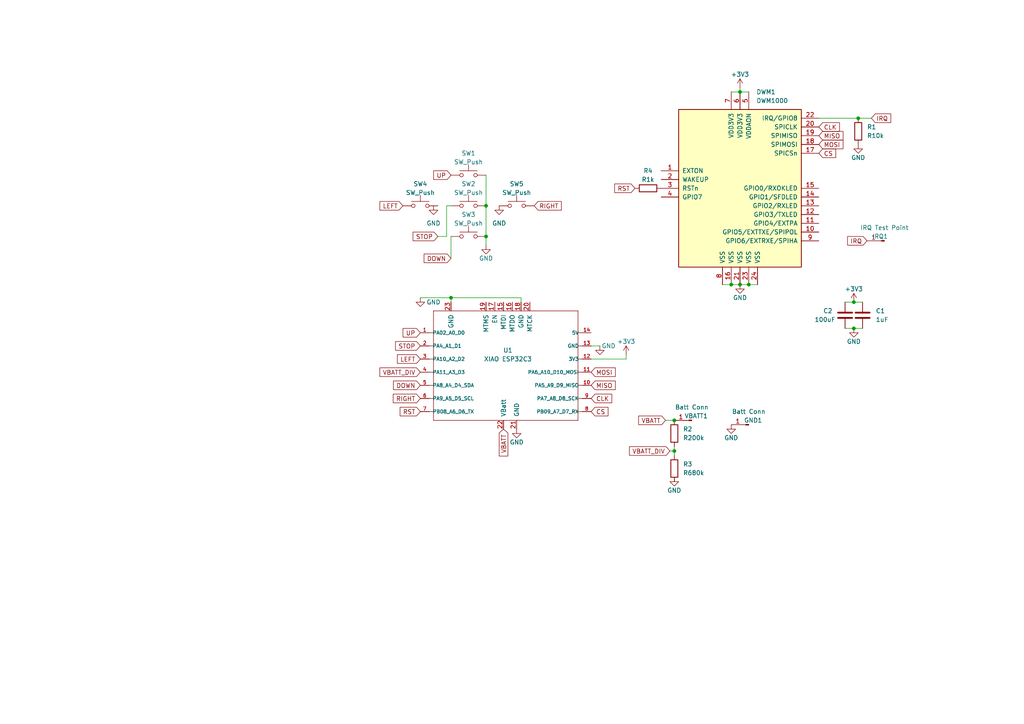
<source format=kicad_sch>
(kicad_sch (version 20230121) (generator eeschema)
  (paper "A4")
  (title_block (title "Golf Cart Remote") (date "2024-03-22"))
  (lib_symbols
    (symbol "Connector:Conn_01x01_Pin" (pin_names (offset 1.016) hide)
      (property "Reference" "J" (at 0 2.54 0))
      (property "Value" "Conn_01x01_Pin" (at 0 -2.54 0))
      (symbol "Conn_01x01_Pin_1_1"
        (polyline (pts (xy 1.27 0) (xy 0.8636 0)) (stroke (width 0.1524)))
        (rectangle (start 0.8636 0.127) (end 0 -0.127) (stroke (width 0.1524)) (fill (type outline)))
        (pin passive line (at 5.08 0 180) (length 3.81) (name "Pin_1") (number "1"))
      )
    )
    (symbol "Device:C" (pin_numbers hide) (pin_names (offset 0.254))
      (property "Reference" "C" (at 0.635 2.54 0))
      (property "Value" "C" (at 0.635 -2.54 0))
      (symbol "C_0_1"
        (polyline (pts (xy -2.032 -0.762) (xy 2.032 -0.762)) (stroke (width 0.508)))
        (polyline (pts (xy -2.032 0.762) (xy 2.032 0.762)) (stroke (width 0.508)))
      )
      (symbol "C_1_1"
        (pin passive line (at 0 3.81 270) (length 2.794) (name "~") (number "1"))
        (pin passive line (at 0 -3.81 90) (length 2.794) (name "~") (number "2"))
      )
    )
    (symbol "Device:R" (pin_numbers hide) (pin_names (offset 0))
      (property "Reference" "R" (at 2.032 0 90))
      (property "Value" "R" (at 0 0 90))
      (symbol "R_0_1"
        (rectangle (start -1.016 -2.54) (end 1.016 2.54) (stroke (width 0.254)))
      )
      (symbol "R_1_1"
        (pin passive line (at 0 3.81 270) (length 1.27) (name "~") (number "1"))
        (pin passive line (at 0 -3.81 90) (length 1.27) (name "~") (number "2"))
      )
    )
    (symbol "MOUDLE-SEEEDUINO-XIAO-ESP32C3:MOUDLE-SEEEDUINO-XIAO-ESP32C3" (pin_names (offset 1.016))
      (property "Reference" "U1" (at 0 6.35 0))
      (property "Value" "XIAO ESP32C3" (at 0 3.81 0))
      (symbol "MOUDLE-SEEEDUINO-XIAO-ESP32C3_0_0"
        (polyline (pts (xy -21.59 -13.97) (xy -21.59 0)) (stroke (width 0.1524)))
        (polyline (pts (xy -21.59 -11.43) (xy -22.86 -11.43)) (stroke (width 0.1524)))
        (polyline (pts (xy -21.59 -7.62) (xy -22.86 -7.62)) (stroke (width 0.1524)))
        (polyline (pts (xy -21.59 -3.81) (xy -22.86 -3.81)) (stroke (width 0.1524)))
        (polyline (pts (xy -21.59 0) (xy -22.86 0)) (stroke (width 0.1524)))
        (polyline (pts (xy -21.59 0) (xy -21.59 3.81)) (stroke (width 0.1524)))
        (polyline (pts (xy -21.59 3.81) (xy -22.86 3.81)) (stroke (width 0.1524)))
        (polyline (pts (xy -21.59 3.81) (xy -21.59 7.62)) (stroke (width 0.1524)))
        (polyline (pts (xy -21.59 7.62) (xy -22.86 7.62)) (stroke (width 0.1524)))
        (polyline (pts (xy -21.59 7.62) (xy -21.59 11.43)) (stroke (width 0.1524)))
        (polyline (pts (xy -21.59 11.43) (xy -22.86 11.43)) (stroke (width 0.1524)))
        (polyline (pts (xy -21.59 11.43) (xy -21.59 17.78)) (stroke (width 0.1524)))
        (polyline (pts (xy -21.59 17.78) (xy 20.32 17.78)) (stroke (width 0.1524)))
        (polyline (pts (xy 20.32 -13.97) (xy -21.59 -13.97)) (stroke (width 0.1524)))
        (polyline (pts (xy 20.32 3.81) (xy 20.32 -13.97)) (stroke (width 0.1524)))
        (polyline (pts (xy 20.32 7.62) (xy 20.32 3.81)) (stroke (width 0.1524)))
        (polyline (pts (xy 20.32 11.43) (xy 20.32 7.62)) (stroke (width 0.1524)))
        (polyline (pts (xy 20.32 17.78) (xy 20.32 11.43)) (stroke (width 0.1524)))
        (polyline (pts (xy 21.59 -11.43) (xy 20.32 -11.43)) (stroke (width 0.1524)))
        (polyline (pts (xy 21.59 -7.62) (xy 20.32 -7.62)) (stroke (width 0.1524)))
        (polyline (pts (xy 21.59 -3.81) (xy 20.32 -3.81)) (stroke (width 0.1524)))
        (polyline (pts (xy 21.59 0) (xy 20.32 0)) (stroke (width 0.1524)))
        (polyline (pts (xy 21.59 3.81) (xy 20.32 3.81)) (stroke (width 0.1524)))
        (polyline (pts (xy 21.59 7.62) (xy 20.32 7.62)) (stroke (width 0.1524)))
        (polyline (pts (xy 21.59 11.43) (xy 20.32 11.43)) (stroke (width 0.1524)))
        (pin bidirectional line (at -25.4 11.43 0) (length 2.54) (name "PA02_A0_D0") (number "1"))
        (pin bidirectional line (at 24.13 -3.81 180) (length 2.54) (name "PA5_A9_D9_MISO") (number "10"))
        (pin bidirectional line (at 24.13 0 180) (length 2.54) (name "PA6_A10_D10_MOSI") (number "11"))
        (pin bidirectional line (at 24.13 3.81 180) (length 2.54) (name "3V3") (number "12"))
        (pin bidirectional line (at 24.13 7.62 180) (length 2.54) (name "GND") (number "13"))
        (pin bidirectional line (at 24.13 11.43 180) (length 2.54) (name "5V") (number "14"))
        (pin bidirectional line (at -25.4 7.62 0) (length 2.54) (name "PA4_A1_D1") (number "2"))
        (pin bidirectional line (at -25.4 3.81 0) (length 2.54) (name "PA10_A2_D2") (number "3"))
        (pin bidirectional line (at -25.4 0 0) (length 2.54) (name "PA11_A3_D3") (number "4"))
        (pin bidirectional line (at -25.4 -3.81 0) (length 2.54) (name "PA8_A4_D4_SDA") (number "5"))
        (pin bidirectional line (at -25.4 -7.62 0) (length 2.54) (name "PA9_A5_D5_SCL") (number "6"))
        (pin bidirectional line (at -25.4 -11.43 0) (length 2.54) (name "PB08_A6_D6_TX") (number "7"))
        (pin bidirectional line (at 24.13 -11.43 180) (length 2.54) (name "PB09_A7_D7_RX") (number "8"))
        (pin bidirectional line (at 24.13 -7.62 180) (length 2.54) (name "PA7_A8_D8_SCK") (number "9"))
      )
      (symbol "MOUDLE-SEEEDUINO-XIAO-ESP32C3_1_1"
        (pin bidirectional line (at -1.27 20.32 270) (length 2.54) (name "MTDI") (number "15"))
        (pin bidirectional line (at 1.27 20.32 270) (length 2.54) (name "MTDO") (number "16"))
        (pin bidirectional line (at -3.81 20.32 270) (length 2.54) (name "EN") (number "17"))
        (pin bidirectional line (at 3.81 20.32 270) (length 2.54) (name "GND") (number "18"))
        (pin bidirectional line (at -6.35 20.32 270) (length 2.54) (name "MTMS") (number "19"))
        (pin bidirectional line (at 6.35 20.32 270) (length 2.54) (name "MTCK") (number "20"))
        (pin bidirectional line (at 2.54 -16.51 90) (length 2.54) (name "GND") (number "21"))
        (pin power_in line (at -1.27 -16.51 90) (length 2.54) (name "VBatt") (number "22"))
        (pin bidirectional line (at -16.51 20.32 270) (length 2.54) (name "GND") (number "23"))
      )
    )
    (symbol "RF_Module:DWM1000" (pin_names (offset 1.016))
      (property "Reference" "DWM" (at 7.62 25.4 0))
      (property "Value" "DWM1000" (at 1.27 3.81 0))
      (symbol "DWM1000_0_1"
        (rectangle (start 17.78 22.86) (end -17.78 -22.86) (stroke (width 0.254)) (fill (type background)))
      )
      (symbol "DWM1000_1_1"
        (pin output line (at -22.86 5.08 0) (length 5.08) (name "EXTON") (number "1"))
        (pin bidirectional line (at 22.86 -12.7 180) (length 5.08) (name "GPIO5/EXTTXE/SPIPOL") (number "10"))
        (pin bidirectional line (at 22.86 -10.16 180) (length 5.08) (name "GPIO4/EXTPA") (number "11"))
        (pin bidirectional line (at 22.86 -7.62 180) (length 5.08) (name "GPIO3/TXLED") (number "12"))
        (pin bidirectional line (at 22.86 -5.08 180) (length 5.08) (name "GPIO2/RXLED") (number "13"))
        (pin bidirectional line (at 22.86 -2.54 180) (length 5.08) (name "GPIO1/SFDLED") (number "14"))
        (pin bidirectional line (at 22.86 0 180) (length 5.08) (name "GPIO0/RXOKLED") (number "15"))
        (pin power_in line (at -2.54 -27.94 90) (length 5.08) (name "VSS") (number "16"))
        (pin input line (at 22.86 10.16 180) (length 5.08) (name "SPICSn") (number "17"))
        (pin input line (at 22.86 12.7 180) (length 5.08) (name "SPIMOSI") (number "18"))
        (pin output line (at 22.86 15.24 180) (length 5.08) (name "SPIMISO") (number "19"))
        (pin bidirectional line (at -22.86 2.54 0) (length 5.08) (name "WAKEUP") (number "2"))
        (pin input line (at 22.86 17.78 180) (length 5.08) (name "SPICLK") (number "20"))
        (pin power_in line (at 0 -27.94 90) (length 5.08) (name "VSS") (number "21"))
        (pin bidirectional line (at 22.86 20.32 180) (length 5.08) (name "IRQ/GPIO8") (number "22"))
        (pin power_in line (at 2.54 -27.94 90) (length 5.08) (name "VSS") (number "23"))
        (pin power_in line (at 5.08 -27.94 90) (length 5.08) (name "VSS") (number "24"))
        (pin bidirectional line (at -22.86 0 0) (length 5.08) (name "RSTn") (number "3"))
        (pin bidirectional line (at -22.86 -2.54 0) (length 5.08) (name "GPIO7") (number "4"))
        (pin power_in line (at 2.54 27.94 270) (length 5.08) (name "VDDAON") (number "5"))
        (pin power_in line (at 0 27.94 270) (length 5.08) (name "VDD3V3") (number "6"))
        (pin power_in line (at -2.54 27.94 270) (length 5.08) (name "VDD3V3") (number "7"))
        (pin power_in line (at -5.08 -27.94 90) (length 5.08) (name "VSS") (number "8"))
        (pin bidirectional line (at 22.86 -15.24 180) (length 5.08) (name "GPIO6/EXTRXE/SPIHA") (number "9"))
      )
    )
    (symbol "Switch:SW_Push" (pin_numbers hide) (pin_names (offset 1.016) hide)
      (property "Reference" "SW" (at 1.27 2.54 0))
      (property "Value" "SW_Push" (at 0 -1.524 0))
      (symbol "SW_Push_0_1"
        (circle (center -2.032 0) (radius 0.508))
        (polyline (pts (xy 0 1.27) (xy 0 3.048)))
        (polyline (pts (xy 2.54 1.27) (xy -2.54 1.27)))
        (circle (center 2.032 0) (radius 0.508))
        (pin passive line (at -5.08 0 0) (length 2.54) (name "1") (number "1"))
        (pin passive line (at 5.08 0 180) (length 2.54) (name "2") (number "2"))
      )
    )
    (symbol "power:+3V3" (power) (pin_names (offset 0))
      (property "Value" "+3V3" (at 0 3.556 0))
      (symbol "+3V3_0_1"
        (polyline (pts (xy -0.762 1.27) (xy 0 2.54)))
        (polyline (pts (xy 0 0) (xy 0 2.54)))
        (polyline (pts (xy 0 2.54) (xy 0.762 1.27)))
      )
      (symbol "+3V3_1_1"
        (pin power_in line (at 0 0 90) (length 0) hide (name "+3V3") (number "1"))
      )
    )
    (symbol "power:GND" (power) (pin_names (offset 0))
      (property "Value" "GND" (at 0 -3.81 0))
      (symbol "GND_0_1"
        (polyline (pts (xy 0 0) (xy 0 -1.27) (xy 1.27 -1.27) (xy 0 -2.54) (xy -1.27 -1.27) (xy 0 -1.27)))
      )
      (symbol "GND_1_1"
        (pin power_in line (at 0 0 270) (length 0) hide (name "GND") (number "1"))
      )
    )
  )
  (junction (at 247.65 95.25))
  (junction (at 248.92 34.29))
  (junction (at 247.65 87.63))
  (junction (at 140.97 59.69))
  (junction (at 195.58 121.92))
  (junction (at 130.81 86.36))
  (junction (at 140.97 68.58))
  (junction (at 214.63 26.67))
  (junction (at 217.17 82.55))
  (junction (at 195.58 130.81))
  (junction (at 212.09 82.55))
  (junction (at 214.63 82.55))
  (wire (pts (xy 121.92 86.36) (xy 130.81 86.36)))
  (wire (pts (xy 214.63 82.55) (xy 217.17 82.55)))
  (wire (pts (xy 214.63 26.67) (xy 217.17 26.67)))
  (wire (pts (xy 209.55 82.55) (xy 212.09 82.55)))
  (wire (pts (xy 217.17 82.55) (xy 219.71 82.55)))
  (wire (pts (xy 140.97 59.69) (xy 140.97 68.58)))
  (wire (pts (xy 248.92 34.29) (xy 237.49 34.29)))
  (wire (pts (xy 195.58 139.7) (xy 195.58 138.43)))
  (wire (pts (xy 212.09 82.55) (xy 214.63 82.55)))
  (wire (pts (xy 245.11 95.25) (xy 247.65 95.25)))
  (wire (pts (xy 181.61 104.14) (xy 181.61 102.87)))
  (wire (pts (xy 194.31 130.81) (xy 195.58 130.81)))
  (wire (pts (xy 140.97 50.8) (xy 140.97 59.69)))
  (wire (pts (xy 247.65 95.25) (xy 250.19 95.25)))
  (wire (pts (xy 193.04 121.92) (xy 195.58 121.92)))
  (wire (pts (xy 129.54 68.58) (xy 129.54 59.69)))
  (wire (pts (xy 140.97 68.58) (xy 140.97 71.12)))
  (wire (pts (xy 214.63 25.4) (xy 214.63 26.67)))
  (wire (pts (xy 171.45 104.14) (xy 181.61 104.14)))
  (wire (pts (xy 247.65 87.63) (xy 250.19 87.63)))
  (wire (pts (xy 130.81 74.93) (xy 130.81 68.58)))
  (wire (pts (xy 125.73 59.69) (xy 127 59.69)))
  (wire (pts (xy 195.58 129.54) (xy 195.58 130.81)))
  (wire (pts (xy 151.13 86.36) (xy 151.13 87.63)))
  (wire (pts (xy 130.81 86.36) (xy 151.13 86.36)))
  (wire (pts (xy 195.58 130.81) (xy 195.58 132.08)))
  (wire (pts (xy 129.54 59.69) (xy 130.81 59.69)))
  (wire (pts (xy 252.73 34.29) (xy 248.92 34.29)))
  (wire (pts (xy 245.11 87.63) (xy 247.65 87.63)))
  (wire (pts (xy 130.81 86.36) (xy 130.81 87.63)))
  (wire (pts (xy 217.17 81.28) (xy 217.17 82.55)))
  (wire (pts (xy 212.09 26.67) (xy 214.63 26.67)))
  (wire (pts (xy 171.45 100.33) (xy 173.99 100.33)))
  (wire (pts (xy 127 68.58) (xy 129.54 68.58)))
  (global_label "STOP" (shape input) (at 121.92 100.33 180) (property "Intersheetrefs" "${INTERSHEET_REFS}" (effects hide)))
  (global_label "IRQ" (shape input) (at 252.73 34.29 0) (property "Intersheetrefs" "${INTERSHEET_REFS}" (effects hide)))
  (global_label "VBATT_DIV" (shape input) (at 121.92 107.95 180) (property "Intersheetrefs" "${INTERSHEET_REFS}" (effects hide)))
  (global_label "UP" (shape input) (at 121.92 96.52 180) (property "Intersheetrefs" "${INTERSHEET_REFS}" (effects hide)))
  (global_label "CS" (shape input) (at 237.49 44.45 0) (property "Intersheetrefs" "${INTERSHEET_REFS}" (effects hide)))
  (global_label "DOWN" (shape input) (at 121.92 111.76 180) (property "Intersheetrefs" "${INTERSHEET_REFS}" (effects hide)))
  (global_label "CS" (shape input) (at 171.45 119.38 0) (property "Intersheetrefs" "${INTERSHEET_REFS}" (effects hide)))
  (global_label "UP" (shape input) (at 130.81 50.8 180) (property "Intersheetrefs" "${INTERSHEET_REFS}" (effects hide)))
  (global_label "MISO" (shape input) (at 171.45 111.76 0) (property "Intersheetrefs" "${INTERSHEET_REFS}" (effects hide)))
  (global_label "VBATT_DIV" (shape input) (at 194.31 130.81 180) (property "Intersheetrefs" "${INTERSHEET_REFS}" (effects hide)))
  (global_label "RIGHT" (shape input) (at 121.92 115.57 180) (property "Intersheetrefs" "${INTERSHEET_REFS}" (effects hide)))
  (global_label "RST" (shape input) (at 184.15 54.61 180) (property "Intersheetrefs" "${INTERSHEET_REFS}" (effects hide)))
  (global_label "LEFT" (shape input) (at 116.84 59.69 180) (property "Intersheetrefs" "${INTERSHEET_REFS}" (effects hide)))
  (global_label "MISO" (shape input) (at 237.49 39.37 0) (property "Intersheetrefs" "${INTERSHEET_REFS}" (effects hide)))
  (global_label "DOWN" (shape input) (at 130.81 74.93 180) (property "Intersheetrefs" "${INTERSHEET_REFS}" (effects hide)))
  (global_label "STOP" (shape input) (at 127 68.58 180) (property "Intersheetrefs" "${INTERSHEET_REFS}" (effects hide)))
  (global_label "MOSI" (shape input) (at 171.45 107.95 0) (property "Intersheetrefs" "${INTERSHEET_REFS}" (effects hide)))
  (global_label "VBATT" (shape input) (at 193.04 121.92 180) (property "Intersheetrefs" "${INTERSHEET_REFS}" (effects hide)))
  (global_label "RIGHT" (shape input) (at 154.94 59.69 0) (property "Intersheetrefs" "${INTERSHEET_REFS}" (effects hide)))
  (global_label "RST" (shape input) (at 121.92 119.38 180) (property "Intersheetrefs" "${INTERSHEET_REFS}" (effects hide)))
  (global_label "CLK" (shape input) (at 171.45 115.57 0) (property "Intersheetrefs" "${INTERSHEET_REFS}" (effects hide)))
  (global_label "CLK" (shape input) (at 237.49 36.83 0) (property "Intersheetrefs" "${INTERSHEET_REFS}" (effects hide)))
  (global_label "IRQ" (shape input) (at 251.46 69.85 180) (property "Intersheetrefs" "${INTERSHEET_REFS}" (effects hide)))
  (global_label "VBATT" (shape input) (at 146.05 124.46 270) (property "Intersheetrefs" "${INTERSHEET_REFS}" (effects hide)))
  (global_label "LEFT" (shape input) (at 121.92 104.14 180) (property "Intersheetrefs" "${INTERSHEET_REFS}" (effects hide)))
  (global_label "MOSI" (shape input) (at 237.49 41.91 0) (property "Intersheetrefs" "${INTERSHEET_REFS}" (effects hide)))
  (symbol (lib_id "power:GND") (at 214.63 82.55 0) (unit 1)
    (property "Reference" "#PWR05" (effects hide))
    (property "Value" "GND" (at 214.63 86.36 0))
  )
  (symbol (lib_id "Switch:SW_Push") (at 135.89 50.8 0) (unit 1)
    (property "Reference" "SW1" (at 135.89 44.45 0))
    (property "Value" "SW_Push" (at 135.89 46.99 0))
    (property "Footprint" "Button_Switch_THT:SW_PUSH-12mm" (effects hide))
  )
  (symbol (lib_id "Switch:SW_Push") (at 135.89 59.69 0) (unit 1)
    (property "Reference" "SW2" (at 135.89 53.34 0))
    (property "Value" "SW_Push" (at 135.89 55.88 0))
    (property "Footprint" "Button_Switch_THT:SW_PUSH-12mm" (effects hide))
  )
  (symbol (lib_id "power:GND") (at 121.92 86.36 0) (unit 1)
    (property "Reference" "#PWR013" (effects hide))
    (property "Value" "GND" (at 125.73 87.63 0))
  )
  (symbol (lib_id "Device:R") (at 195.58 135.89 0) (unit 1)
    (property "Reference" "R3" (at 198.12 134.62 0) (effects (justify left)))
    (property "Value" "R680k" (at 198.12 137.16 0) (effects (justify left)))
    (property "Footprint" "Resistor_SMD:R_0603_1608Metric_Pad0.98x0.95mm_HandSolder" (effects hide))
  )
  (symbol (lib_id "power:+3V3") (at 181.61 102.87 0) (unit 1)
    (property "Reference" "#PWR04" (effects hide))
    (property "Value" "+3V3" (at 181.61 99.06 0))
  )
  (symbol (lib_id "power:GND") (at 173.99 100.33 0) (unit 1)
    (property "Reference" "#PWR010" (effects hide))
    (property "Value" "GND" (at 176.53 100.33 0))
  )
  (symbol (lib_id "power:GND") (at 195.58 138.43 0) (unit 1)
    (property "Reference" "#PWR09" (effects hide))
    (property "Value" "GND" (at 195.58 142.24 0))
  )
  (symbol (lib_id "power:GND") (at 149.86 124.46 0) (unit 1)
    (property "Reference" "#PWR012" (effects hide))
    (property "Value" "GND" (at 149.86 128.27 0))
  )
  (symbol (lib_id "MOUDLE-SEEEDUINO-XIAO-ESP32C3:MOUDLE-SEEEDUINO-XIAO-ESP32C3") (at 147.32 107.95 0) (unit 1)
    (property "Reference" "U1" (at 147.32 101.6 0))
    (property "Value" "XIAO ESP32C3" (at 147.32 104.14 0))
    (property "Footprint" "xiao ESP32C3_PCB:XIAO-ESP32C3-14P-2.54-21X17.8MM" (effects hide))
  )
  (symbol (lib_id "Switch:SW_Push") (at 135.89 68.58 0) (unit 1)
    (property "Reference" "SW3" (at 135.89 62.23 0))
    (property "Value" "SW_Push" (at 135.89 64.77 0))
    (property "Footprint" "Button_Switch_THT:SW_PUSH-12mm" (effects hide))
  )
  (symbol (lib_id "power:GND") (at 144.78 59.69 0) (unit 1)
    (property "Reference" "#PWR02" (effects hide))
    (property "Value" "GND" (at 144.78 64.77 0))
  )
  (symbol (lib_id "Connector:Conn_01x01_Pin") (at 217.17 123.19 180) (unit 1)
    (property "Reference" "GND1" (at 218.44 121.92 0))
    (property "Value" "Batt Conn" (at 217.17 119.38 0))
    (property "Footprint" "Connector_PinHeader_2.54mm:PinHeader_1x01_P2.54mm_Vertical" (effects hide))
  )
  (symbol (lib_id "Switch:SW_Push") (at 121.92 59.69 0) (unit 1)
    (property "Reference" "SW4" (at 121.92 53.34 0))
    (property "Value" "SW_Push" (at 121.92 55.88 0))
    (property "Footprint" "Button_Switch_THT:SW_PUSH-12mm" (effects hide))
  )
  (symbol (lib_id "Device:R") (at 195.58 125.73 0) (unit 1)
    (property "Reference" "R2" (at 198.12 124.46 0) (effects (justify left)))
    (property "Value" "R200k" (at 198.12 127 0) (effects (justify left)))
    (property "Footprint" "Resistor_SMD:R_0603_1608Metric_Pad0.98x0.95mm_HandSolder" (effects hide))
  )
  (symbol (lib_id "power:GND") (at 125.73 59.69 0) (unit 1)
    (property "Reference" "#PWR03" (effects hide))
    (property "Value" "GND" (at 125.73 64.77 0))
  )
  (symbol (lib_id "RF_Module:DWM1000") (at 214.63 54.61 0) (unit 1)
    (property "Reference" "DWM1" (at 219.3641 26.67 0) (effects (justify left)))
    (property "Value" "DWM1000" (at 219.3641 29.21 0) (effects (justify left)))
    (property "Footprint" "RF_Module:DWM1000" (effects hide))
    (property "Datasheet" "https://www.decawave.com/sites/default/files/resources/dwm1000-datasheet-v1.3.pdf" (effects hide))
  )
  (symbol (lib_id "power:GND") (at 248.92 41.91 0) (unit 1)
    (property "Reference" "#PWR07" (effects hide))
    (property "Value" "GND" (at 248.92 45.72 0))
  )
  (symbol (lib_id "Device:R") (at 248.92 38.1 0) (unit 1)
    (property "Reference" "R1" (at 251.46 36.83 0) (effects (justify left)))
    (property "Value" "R10k" (at 251.46 39.37 0) (effects (justify left)))
    (property "Footprint" "Resistor_SMD:R_0603_1608Metric_Pad0.98x0.95mm_HandSolder" (effects hide))
  )
  (symbol (lib_id "Device:C") (at 245.11 91.44 180) (unit 1)
    (property "Reference" "C2" (at 238.76 90.17 0) (effects (justify right)))
    (property "Value" "100uF" (at 236.22 92.71 0) (effects (justify right)))
    (property "Footprint" "Capacitor_SMD:C_1206_3216Metric_Pad1.33x1.80mm_HandSolder" (effects hide))
  )
  (symbol (lib_id "Switch:SW_Push") (at 149.86 59.69 0) (unit 1)
    (property "Reference" "SW5" (at 149.86 53.34 0))
    (property "Value" "SW_Push" (at 149.86 55.88 0))
    (property "Footprint" "Button_Switch_THT:SW_PUSH-12mm" (effects hide))
  )
  (symbol (lib_id "power:+3V3") (at 214.63 25.4 0) (unit 1)
    (property "Reference" "#PWR06" (effects hide))
    (property "Value" "+3V3" (at 214.63 21.59 0))
  )
  (symbol (lib_id "power:GND") (at 247.65 95.25 0) (unit 1)
    (property "Reference" "#PWR08" (effects hide))
    (property "Value" "GND" (at 247.65 99.06 0))
  )
  (symbol (lib_id "power:GND") (at 212.09 123.19 0) (unit 1)
    (property "Reference" "#PWR011" (effects hide))
    (property "Value" "GND" (at 212.09 127 0))
  )
  (symbol (lib_id "power:GND") (at 140.97 71.12 0) (unit 1)
    (property "Reference" "#PWR01" (effects hide))
    (property "Value" "GND" (at 140.97 74.93 0))
  )
  (symbol (lib_id "Device:R") (at 187.96 54.61 270) (unit 1)
    (property "Reference" "R4" (at 187.96 49.53 90))
    (property "Value" "R1k" (at 187.96 52.07 90))
    (property "Footprint" "Resistor_SMD:R_0603_1608Metric_Pad0.98x0.95mm_HandSolder" (effects hide))
  )
  (symbol (lib_id "power:+3V3") (at 247.65 87.63 0) (unit 1)
    (property "Reference" "#PWR014" (effects hide))
    (property "Value" "+3V3" (at 247.65 83.82 0))
  )
  (symbol (lib_id "Connector:Conn_01x01_Pin") (at 200.66 121.92 180) (unit 1)
    (property "Reference" "VBATT1" (at 201.93 120.65 0))
    (property "Value" "Batt Conn" (at 200.66 118.11 0))
    (property "Footprint" "Connector_PinHeader_2.54mm:PinHeader_1x01_P2.54mm_Vertical" (effects hide))
  )
  (symbol (lib_id "Connector:Conn_01x01_Pin") (at 256.54 69.85 180) (unit 1)
    (property "Reference" "IRQ1" (at 255.27 68.58 0))
    (property "Value" "IRQ Test Point" (at 256.54 66.04 0))
    (property "Footprint" "Connector_PinHeader_2.54mm:PinHeader_1x01_P2.54mm_Vertical" (effects hide))
  )
  (symbol (lib_id "Device:C") (at 250.19 91.44 180) (unit 1)
    (property "Reference" "C1" (at 254 90.17 0) (effects (justify right)))
    (property "Value" "1uF" (at 254 92.71 0) (effects (justify right)))
    (property "Footprint" "Capacitor_SMD:C_1206_3216Metric_Pad1.33x1.80mm_HandSolder" (effects hide))
  )
)
</source>
